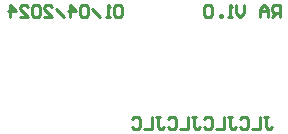
<source format=gbo>
G04*
G04 #@! TF.GenerationSoftware,Altium Limited,Altium Designer,23.8.1 (32)*
G04*
G04 Layer_Color=32896*
%FSLAX44Y44*%
%MOMM*%
G71*
G04*
G04 #@! TF.SameCoordinates,8C212BC7-2EBF-43A3-9F74-7BE937482DC7*
G04*
G04*
G04 #@! TF.FilePolarity,Positive*
G04*
G01*
G75*
%ADD10C,0.2540*%
D10*
X244689Y19047D02*
X248074D01*
X246382D01*
Y10583D01*
X248074Y8890D01*
X249767D01*
X251460Y10583D01*
X241303Y19047D02*
Y8890D01*
X234532D01*
X224375Y17354D02*
X226068Y19047D01*
X229454D01*
X231147Y17354D01*
Y10583D01*
X229454Y8890D01*
X226068D01*
X224375Y10583D01*
X214219Y19047D02*
X217604D01*
X215912D01*
Y10583D01*
X217604Y8890D01*
X219297D01*
X220990Y10583D01*
X210833Y19047D02*
Y8890D01*
X204062D01*
X193905Y17354D02*
X195598Y19047D01*
X198984D01*
X200676Y17354D01*
Y10583D01*
X198984Y8890D01*
X195598D01*
X193905Y10583D01*
X183748Y19047D02*
X187134D01*
X185441D01*
Y10583D01*
X187134Y8890D01*
X188827D01*
X190520Y10583D01*
X180363Y19047D02*
Y8890D01*
X173592D01*
X163435Y17354D02*
X165128Y19047D01*
X168513D01*
X170206Y17354D01*
Y10583D01*
X168513Y8890D01*
X165128D01*
X163435Y10583D01*
X153278Y19047D02*
X156664D01*
X154971D01*
Y10583D01*
X156664Y8890D01*
X158357D01*
X160049Y10583D01*
X149893Y19047D02*
Y8890D01*
X143122D01*
X132965Y17354D02*
X134658Y19047D01*
X138043D01*
X139736Y17354D01*
Y10583D01*
X138043Y8890D01*
X134658D01*
X132965Y10583D01*
X124460Y112604D02*
X122767Y114297D01*
X119382D01*
X117689Y112604D01*
Y105833D01*
X119382Y104140D01*
X122767D01*
X124460Y105833D01*
Y112604D01*
X114303Y104140D02*
X110918D01*
X112611D01*
Y114297D01*
X114303Y112604D01*
X105839Y104140D02*
X99068Y110911D01*
X95683Y112604D02*
X93990Y114297D01*
X90604D01*
X88912Y112604D01*
Y105833D01*
X90604Y104140D01*
X93990D01*
X95683Y105833D01*
Y112604D01*
X80448Y104140D02*
Y114297D01*
X85526Y109218D01*
X78755D01*
X75369Y104140D02*
X68598Y110911D01*
X58441Y104140D02*
X65212D01*
X58441Y110911D01*
Y112604D01*
X60134Y114297D01*
X63520D01*
X65212Y112604D01*
X55056D02*
X53363Y114297D01*
X49977D01*
X48285Y112604D01*
Y105833D01*
X49977Y104140D01*
X53363D01*
X55056Y105833D01*
Y112604D01*
X38128Y104140D02*
X44899D01*
X38128Y110911D01*
Y112604D01*
X39821Y114297D01*
X43206D01*
X44899Y112604D01*
X29664Y104140D02*
Y114297D01*
X34742Y109218D01*
X27971D01*
X257810Y104140D02*
Y114297D01*
X252732D01*
X251039Y112604D01*
Y109218D01*
X252732Y107526D01*
X257810D01*
X254424D02*
X251039Y104140D01*
X247653D02*
Y110911D01*
X244268Y114297D01*
X240882Y110911D01*
Y104140D01*
Y109218D01*
X247653D01*
X227340Y114297D02*
Y107526D01*
X223954Y104140D01*
X220569Y107526D01*
Y114297D01*
X217183Y104140D02*
X213797D01*
X215490D01*
Y114297D01*
X217183Y112604D01*
X208719Y104140D02*
Y105833D01*
X207026D01*
Y104140D01*
X208719D01*
X200255Y112604D02*
X198562Y114297D01*
X195177D01*
X193484Y112604D01*
Y105833D01*
X195177Y104140D01*
X198562D01*
X200255Y105833D01*
Y112604D01*
M02*

</source>
